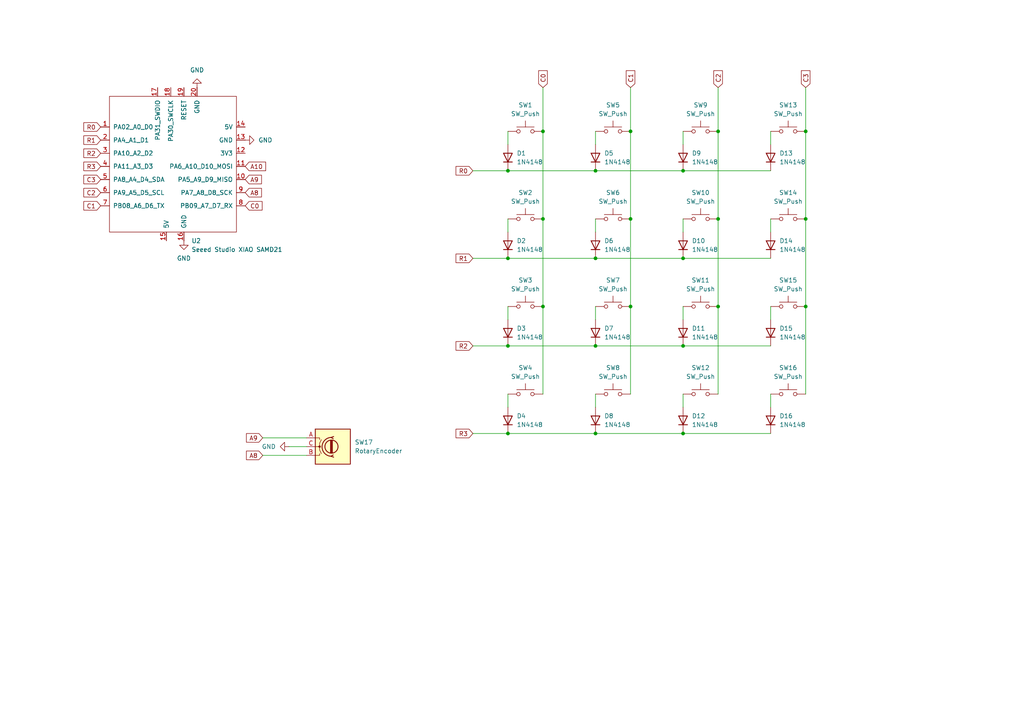
<source format=kicad_sch>
(kicad_sch (version 20231120) (generator "eeschema") (generator_version "8.0")
  (paper "A4")
  (title_block (title "HackPad") (date "2024-10-06") (rev "v0.1") (company "Zhixuan"))
  (lib_symbols
    (symbol "Device:RotaryEncoder" (pin_names (offset 0.254) hide)
      (property "Reference" "SW" (at 0 6.604 0))
      (property "Value" "RotaryEncoder" (at 0 -6.604 0))
      (symbol "RotaryEncoder_0_1"
        (rectangle (start -5.08 5.08) (end 5.08 -5.08) (stroke (width 0.254)) (fill (type background)))
        (circle (center -3.81 0) (radius 0.254) (fill (type outline)))
        (circle (center -0.381 0) (radius 1.905) (stroke (width 0.254)))
        (arc (start -0.381 2.667) (mid -3.0988 -0.0635) (end -0.381 -2.794) (stroke (width 0.254)))
        (polyline (pts (xy -0.635 -1.778) (xy -0.635 1.778)) (stroke (width 0.254)))
        (polyline (pts (xy -0.381 -1.778) (xy -0.381 1.778)) (stroke (width 0.254)))
        (polyline (pts (xy -0.127 1.778) (xy -0.127 -1.778)) (stroke (width 0.254)))
        (polyline (pts (xy -5.08 -2.54) (xy -3.81 -2.54) (xy -3.81 -2.032)))
        (polyline (pts (xy -5.08 2.54) (xy -3.81 2.54) (xy -3.81 2.032)))
        (polyline (pts (xy 0.254 -3.048) (xy -0.508 -2.794) (xy 0.127 -2.413)) (stroke (width 0.254)))
        (polyline (pts (xy 0.254 2.921) (xy -0.508 2.667) (xy 0.127 2.286)) (stroke (width 0.254)))
        (polyline (pts (xy -5.08 0) (xy -3.81 0) (xy -3.81 -1.016) (xy -3.302 -2.032)))
        (polyline (pts (xy -4.318 0) (xy -3.81 0) (xy -3.81 1.016) (xy -3.302 2.032)))
      )
      (symbol "RotaryEncoder_1_1"
        (pin passive line (at -7.62 2.54 0) (length 2.54) (name "A") (number "A"))
        (pin passive line (at -7.62 -2.54 0) (length 2.54) (name "B") (number "B"))
        (pin passive line (at -7.62 0 0) (length 2.54) (name "C") (number "C"))
      )
    )
    (symbol "Diode:1N4148" (pin_numbers hide) (pin_names hide)
      (property "Reference" "D" (at 0 2.54 0))
      (property "Value" "1N4148" (at 0 -2.54 0))
      (symbol "1N4148_0_1"
        (polyline (pts (xy -1.27 1.27) (xy -1.27 -1.27)) (stroke (width 0.254)))
        (polyline (pts (xy 1.27 0) (xy -1.27 0)))
        (polyline (pts (xy 1.27 1.27) (xy 1.27 -1.27) (xy -1.27 0) (xy 1.27 1.27)) (stroke (width 0.254)))
      )
      (symbol "1N4148_1_1"
        (pin passive line (at -3.81 0 0) (length 2.54) (name "K") (number "1"))
        (pin passive line (at 3.81 0 180) (length 2.54) (name "A") (number "2"))
      )
    )
    (symbol "Seeed_Studio_XIAO_Series:Seeed Studio XIAO SAMD21" (pin_names (offset 1.016))
      (property "Reference" "U" (at -19.05 22.86 0))
      (property "Value" "Seeed Studio XIAO SAMD21" (at -12.7 21.59 0))
      (symbol "Seeed Studio XIAO SAMD21_0_1"
        (rectangle (start -19.05 20.32) (end 17.78 -19.05))
      )
      (symbol "Seeed Studio XIAO SAMD21_1_1"
        (pin unspecified line (at -21.59 11.43 0) (length 2.54) (name "PA02_A0_D0") (number "1"))
        (pin unspecified line (at 20.32 -3.81 180) (length 2.54) (name "PA5_A9_D9_MISO") (number "10"))
        (pin unspecified line (at 20.32 0 180) (length 2.54) (name "PA6_A10_D10_MOSI") (number "11"))
        (pin unspecified line (at 20.32 3.81 180) (length 2.54) (name "3V3") (number "12"))
        (pin unspecified line (at 20.32 7.62 180) (length 2.54) (name "GND") (number "13"))
        (pin unspecified line (at 20.32 11.43 180) (length 2.54) (name "5V") (number "14"))
        (pin input line (at -2.54 -21.59 90) (length 2.54) (name "5V") (number "15"))
        (pin input line (at 2.54 -21.59 90) (length 2.54) (name "GND") (number "16"))
        (pin input line (at -5.08 22.86 270) (length 2.54) (name "PA31_SWDIO") (number "17"))
        (pin input line (at -1.27 22.86 270) (length 2.54) (name "PA30_SWCLK") (number "18"))
        (pin input line (at 2.54 22.86 270) (length 2.54) (name "RESET") (number "19"))
        (pin unspecified line (at -21.59 7.62 0) (length 2.54) (name "PA4_A1_D1") (number "2"))
        (pin input line (at 6.35 22.86 270) (length 2.54) (name "GND") (number "20"))
        (pin unspecified line (at -21.59 3.81 0) (length 2.54) (name "PA10_A2_D2") (number "3"))
        (pin unspecified line (at -21.59 0 0) (length 2.54) (name "PA11_A3_D3") (number "4"))
        (pin unspecified line (at -21.59 -3.81 0) (length 2.54) (name "PA8_A4_D4_SDA") (number "5"))
        (pin unspecified line (at -21.59 -7.62 0) (length 2.54) (name "PA9_A5_D5_SCL") (number "6"))
        (pin unspecified line (at -21.59 -11.43 0) (length 2.54) (name "PB08_A6_D6_TX") (number "7"))
        (pin unspecified line (at 20.32 -11.43 180) (length 2.54) (name "PB09_A7_D7_RX") (number "8"))
        (pin unspecified line (at 20.32 -7.62 180) (length 2.54) (name "PA7_A8_D8_SCK") (number "9"))
      )
    )
    (symbol "Switch:SW_Push" (pin_numbers hide) (pin_names (offset 1.016) hide)
      (property "Reference" "SW" (at 1.27 2.54 0))
      (property "Value" "SW_Push" (at 0 -1.524 0))
      (symbol "SW_Push_0_1"
        (circle (center -2.032 0) (radius 0.508))
        (polyline (pts (xy 0 1.27) (xy 0 3.048)))
        (polyline (pts (xy 2.54 1.27) (xy -2.54 1.27)))
        (circle (center 2.032 0) (radius 0.508))
        (pin passive line (at -5.08 0 0) (length 2.54) (name "1") (number "1"))
        (pin passive line (at 5.08 0 180) (length 2.54) (name "2") (number "2"))
      )
    )
    (symbol "power:GND" (power) (pin_numbers hide) (pin_names (offset 0) hide)
      (property "Value" "GND" (at 0 -3.81 0))
      (symbol "GND_0_1"
        (polyline (pts (xy 0 0) (xy 0 -1.27) (xy 1.27 -1.27) (xy 0 -2.54) (xy -1.27 -1.27) (xy 0 -1.27)))
      )
      (symbol "GND_1_1"
        (pin power_in line (at 0 0 270) (length 0) (name "~") (number "1"))
      )
    )
  )
  (junction (at 172.72 74.93))
  (junction (at 172.72 125.73))
  (junction (at 172.72 100.33))
  (junction (at 147.32 49.53))
  (junction (at 182.88 38.1))
  (junction (at 208.28 88.9))
  (junction (at 233.68 38.1))
  (junction (at 198.12 100.33))
  (junction (at 233.68 63.5))
  (junction (at 147.32 125.73))
  (junction (at 198.12 49.53))
  (junction (at 147.32 100.33))
  (junction (at 157.48 38.1))
  (junction (at 208.28 63.5))
  (junction (at 147.32 74.93))
  (junction (at 157.48 88.9))
  (junction (at 157.48 63.5))
  (junction (at 198.12 125.73))
  (junction (at 198.12 74.93))
  (junction (at 182.88 88.9))
  (junction (at 208.28 38.1))
  (junction (at 233.68 88.9))
  (junction (at 182.88 63.5))
  (junction (at 172.72 49.53))
  (wire (pts (xy 172.72 100.33) (xy 198.12 100.33)))
  (wire (pts (xy 137.16 49.53) (xy 147.32 49.53)))
  (wire (pts (xy 208.28 63.5) (xy 208.28 88.9)))
  (wire (pts (xy 223.52 63.5) (xy 223.52 67.31)))
  (wire (pts (xy 157.48 25.4) (xy 157.48 38.1)))
  (wire (pts (xy 233.68 63.5) (xy 233.68 88.9)))
  (wire (pts (xy 83.82 129.54) (xy 88.9 129.54)))
  (wire (pts (xy 172.72 63.5) (xy 172.72 67.31)))
  (wire (pts (xy 182.88 63.5) (xy 182.88 88.9)))
  (wire (pts (xy 147.32 88.9) (xy 147.32 92.71)))
  (wire (pts (xy 233.68 88.9) (xy 233.68 114.3)))
  (wire (pts (xy 147.32 125.73) (xy 172.72 125.73)))
  (wire (pts (xy 223.52 38.1) (xy 223.52 41.91)))
  (wire (pts (xy 182.88 38.1) (xy 182.88 63.5)))
  (wire (pts (xy 147.32 74.93) (xy 172.72 74.93)))
  (wire (pts (xy 208.28 25.4) (xy 208.28 38.1)))
  (wire (pts (xy 172.72 88.9) (xy 172.72 92.71)))
  (wire (pts (xy 172.72 125.73) (xy 198.12 125.73)))
  (wire (pts (xy 223.52 88.9) (xy 223.52 92.71)))
  (wire (pts (xy 147.32 114.3) (xy 147.32 118.11)))
  (wire (pts (xy 233.68 25.4) (xy 233.68 38.1)))
  (wire (pts (xy 147.32 38.1) (xy 147.32 41.91)))
  (wire (pts (xy 147.32 100.33) (xy 172.72 100.33)))
  (wire (pts (xy 137.16 125.73) (xy 147.32 125.73)))
  (wire (pts (xy 198.12 38.1) (xy 198.12 41.91)))
  (wire (pts (xy 208.28 88.9) (xy 208.28 114.3)))
  (wire (pts (xy 233.68 38.1) (xy 233.68 63.5)))
  (wire (pts (xy 198.12 74.93) (xy 223.52 74.93)))
  (wire (pts (xy 198.12 88.9) (xy 198.12 92.71)))
  (wire (pts (xy 198.12 63.5) (xy 198.12 67.31)))
  (wire (pts (xy 137.16 100.33) (xy 147.32 100.33)))
  (wire (pts (xy 198.12 125.73) (xy 223.52 125.73)))
  (wire (pts (xy 172.72 49.53) (xy 198.12 49.53)))
  (wire (pts (xy 157.48 63.5) (xy 157.48 88.9)))
  (wire (pts (xy 172.72 114.3) (xy 172.72 118.11)))
  (wire (pts (xy 208.28 38.1) (xy 208.28 63.5)))
  (wire (pts (xy 147.32 63.5) (xy 147.32 67.31)))
  (wire (pts (xy 76.2 132.08) (xy 88.9 132.08)))
  (wire (pts (xy 147.32 49.53) (xy 172.72 49.53)))
  (wire (pts (xy 157.48 38.1) (xy 157.48 63.5)))
  (wire (pts (xy 137.16 74.93) (xy 147.32 74.93)))
  (wire (pts (xy 76.2 127) (xy 88.9 127)))
  (wire (pts (xy 198.12 100.33) (xy 223.52 100.33)))
  (wire (pts (xy 157.48 88.9) (xy 157.48 114.3)))
  (wire (pts (xy 182.88 25.4) (xy 182.88 38.1)))
  (wire (pts (xy 172.72 74.93) (xy 198.12 74.93)))
  (wire (pts (xy 198.12 49.53) (xy 223.52 49.53)))
  (wire (pts (xy 182.88 88.9) (xy 182.88 114.3)))
  (wire (pts (xy 198.12 114.3) (xy 198.12 118.11)))
  (wire (pts (xy 223.52 114.3) (xy 223.52 118.11)))
  (wire (pts (xy 172.72 38.1) (xy 172.72 41.91)))
  (global_label "R3" (shape input) (at 137.16 125.73 180) (property "Intersheetrefs" "${INTERSHEET_REFS}" (effects (hide yes))))
  (global_label "A10" (shape input) (at 71.12 48.26 0) (property "Intersheetrefs" "${INTERSHEET_REFS}" (effects (hide yes))))
  (global_label "C2" (shape input) (at 29.21 55.88 180) (property "Intersheetrefs" "${INTERSHEET_REFS}" (effects (hide yes))))
  (global_label "R1" (shape input) (at 29.21 40.64 180) (property "Intersheetrefs" "${INTERSHEET_REFS}" (effects (hide yes))))
  (global_label "R1" (shape input) (at 137.16 74.93 180) (property "Intersheetrefs" "${INTERSHEET_REFS}" (effects (hide yes))))
  (global_label "R0" (shape input) (at 137.16 49.53 180) (property "Intersheetrefs" "${INTERSHEET_REFS}" (effects (hide yes))))
  (global_label "R3" (shape input) (at 29.21 48.26 180) (property "Intersheetrefs" "${INTERSHEET_REFS}" (effects (hide yes))))
  (global_label "C1" (shape input) (at 29.21 59.69 180) (property "Intersheetrefs" "${INTERSHEET_REFS}" (effects (hide yes))))
  (global_label "A9" (shape input) (at 76.2 127 180) (property "Intersheetrefs" "${INTERSHEET_REFS}" (effects (hide yes))))
  (global_label "C0" (shape input) (at 157.48 25.4 90) (property "Intersheetrefs" "${INTERSHEET_REFS}" (effects (hide yes))))
  (global_label "A9" (shape input) (at 71.12 52.07 0) (property "Intersheetrefs" "${INTERSHEET_REFS}" (effects (hide yes))))
  (global_label "C1" (shape input) (at 182.88 25.4 90) (property "Intersheetrefs" "${INTERSHEET_REFS}" (effects (hide yes))))
  (global_label "C3" (shape input) (at 29.21 52.07 180) (property "Intersheetrefs" "${INTERSHEET_REFS}" (effects (hide yes))))
  (global_label "C2" (shape input) (at 208.28 25.4 90) (property "Intersheetrefs" "${INTERSHEET_REFS}" (effects (hide yes))))
  (global_label "C0" (shape input) (at 71.12 59.69 0) (property "Intersheetrefs" "${INTERSHEET_REFS}" (effects (hide yes))))
  (global_label "A8" (shape input) (at 71.12 55.88 0) (property "Intersheetrefs" "${INTERSHEET_REFS}" (effects (hide yes))))
  (global_label "A8" (shape input) (at 76.2 132.08 180) (property "Intersheetrefs" "${INTERSHEET_REFS}" (effects (hide yes))))
  (global_label "R2" (shape input) (at 137.16 100.33 180) (property "Intersheetrefs" "${INTERSHEET_REFS}" (effects (hide yes))))
  (global_label "C3" (shape input) (at 233.68 25.4 90) (property "Intersheetrefs" "${INTERSHEET_REFS}" (effects (hide yes))))
  (global_label "R2" (shape input) (at 29.21 44.45 180) (property "Intersheetrefs" "${INTERSHEET_REFS}" (effects (hide yes))))
  (global_label "R0" (shape input) (at 29.21 36.83 180) (property "Intersheetrefs" "${INTERSHEET_REFS}" (effects (hide yes))))
  (symbol (lib_id "Device:RotaryEncoder") (at 96.52 129.54 0) (unit 1)
    (property "Reference" "SW17" (at 102.87 128.2699 0) (effects (justify left)))
    (property "Value" "RotaryEncoder" (at 102.87 130.8099 0) (effects (justify left)))
    (property "Footprint" "Rotary_Encoder:RotaryEncoder_Alps_EC11E_Vertical_H20mm" (effects (hide yes)))
    (property "Description" "Rotary encoder, dual channel, incremental quadrate outputs" (effects (hide yes)))
  )
  (symbol (lib_id "Seeed_Studio_XIAO_Series:Seeed Studio XIAO SAMD21") (at 50.8 48.26 0) (unit 1)
    (property "Reference" "U2" (at 55.5341 69.85 0) (effects (justify left)))
    (property "Value" "Seeed Studio XIAO SAMD21" (at 55.5341 72.39 0) (effects (justify left)))
    (property "Footprint" "Seeed Studio XIAO Series Library:XIAO-Generic-Thruhole-14P-2.54-21X17.8MM" (effects (hide yes)))
  )
  (symbol (lib_id "Diode:1N4148") (at 198.12 45.72 90) (unit 1)
    (property "Reference" "D9" (at 200.66 44.4499 90) (effects (justify right)))
    (property "Value" "1N4148" (at 200.66 46.9899 90) (effects (justify right)))
    (property "Footprint" "Diode_THT:D_DO-35_SOD27_P7.62mm_Horizontal" (effects (hide yes)))
    (property "Datasheet" "https://assets.nexperia.com/documents/data-sheet/1N4148_1N4448.pdf" (effects (hide yes)))
    (property "Description" "100V 0.15A standard switching diode, DO-35" (effects (hide yes)))
    (property "Sim.Device" "D" (effects (hide yes)))
    (property "Sim.Pins" "1=K 2=A" (effects (hide yes)))
  )
  (symbol (lib_id "Diode:1N4148") (at 172.72 45.72 90) (unit 1)
    (property "Reference" "D5" (at 175.26 44.4499 90) (effects (justify right)))
    (property "Value" "1N4148" (at 175.26 46.9899 90) (effects (justify right)))
    (property "Footprint" "Diode_THT:D_DO-35_SOD27_P7.62mm_Horizontal" (effects (hide yes)))
    (property "Datasheet" "https://assets.nexperia.com/documents/data-sheet/1N4148_1N4448.pdf" (effects (hide yes)))
    (property "Description" "100V 0.15A standard switching diode, DO-35" (effects (hide yes)))
    (property "Sim.Device" "D" (effects (hide yes)))
    (property "Sim.Pins" "1=K 2=A" (effects (hide yes)))
  )
  (symbol (lib_id "power:GND") (at 71.12 40.64 90) (unit 1)
    (property "Reference" "#PWR02" (effects (hide yes)))
    (property "Value" "GND" (at 74.93 40.6399 90) (effects (justify right)))
    (property "Description" "Power symbol creates a global label with name \"GND\" , ground" (effects (hide yes)))
  )
  (symbol (lib_id "Diode:1N4148") (at 223.52 96.52 90) (unit 1)
    (property "Reference" "D15" (at 226.06 95.2499 90) (effects (justify right)))
    (property "Value" "1N4148" (at 226.06 97.7899 90) (effects (justify right)))
    (property "Footprint" "Diode_THT:D_DO-35_SOD27_P7.62mm_Horizontal" (effects (hide yes)))
    (property "Datasheet" "https://assets.nexperia.com/documents/data-sheet/1N4148_1N4448.pdf" (effects (hide yes)))
    (property "Description" "100V 0.15A standard switching diode, DO-35" (effects (hide yes)))
    (property "Sim.Device" "D" (effects (hide yes)))
    (property "Sim.Pins" "1=K 2=A" (effects (hide yes)))
  )
  (symbol (lib_id "Diode:1N4148") (at 223.52 45.72 90) (unit 1)
    (property "Reference" "D13" (at 226.06 44.4499 90) (effects (justify right)))
    (property "Value" "1N4148" (at 226.06 46.9899 90) (effects (justify right)))
    (property "Footprint" "Diode_THT:D_DO-35_SOD27_P7.62mm_Horizontal" (effects (hide yes)))
    (property "Datasheet" "https://assets.nexperia.com/documents/data-sheet/1N4148_1N4448.pdf" (effects (hide yes)))
    (property "Description" "100V 0.15A standard switching diode, DO-35" (effects (hide yes)))
    (property "Sim.Device" "D" (effects (hide yes)))
    (property "Sim.Pins" "1=K 2=A" (effects (hide yes)))
  )
  (symbol (lib_id "Diode:1N4148") (at 198.12 96.52 90) (unit 1)
    (property "Reference" "D11" (at 200.66 95.2499 90) (effects (justify right)))
    (property "Value" "1N4148" (at 200.66 97.7899 90) (effects (justify right)))
    (property "Footprint" "Diode_THT:D_DO-35_SOD27_P7.62mm_Horizontal" (effects (hide yes)))
    (property "Datasheet" "https://assets.nexperia.com/documents/data-sheet/1N4148_1N4448.pdf" (effects (hide yes)))
    (property "Description" "100V 0.15A standard switching diode, DO-35" (effects (hide yes)))
    (property "Sim.Device" "D" (effects (hide yes)))
    (property "Sim.Pins" "1=K 2=A" (effects (hide yes)))
  )
  (symbol (lib_id "Diode:1N4148") (at 147.32 71.12 90) (unit 1)
    (property "Reference" "D2" (at 149.86 69.8499 90) (effects (justify right)))
    (property "Value" "1N4148" (at 149.86 72.3899 90) (effects (justify right)))
    (property "Footprint" "Diode_THT:D_DO-35_SOD27_P7.62mm_Horizontal" (effects (hide yes)))
    (property "Datasheet" "https://assets.nexperia.com/documents/data-sheet/1N4148_1N4448.pdf" (effects (hide yes)))
    (property "Description" "100V 0.15A standard switching diode, DO-35" (effects (hide yes)))
    (property "Sim.Device" "D" (effects (hide yes)))
    (property "Sim.Pins" "1=K 2=A" (effects (hide yes)))
  )
  (symbol (lib_id "Switch:SW_Push") (at 228.6 63.5 0) (unit 1)
    (property "Reference" "SW14" (at 228.6 55.88 0))
    (property "Value" "SW_Push" (at 228.6 58.42 0))
    (property "Footprint" "Button_Switch_Keyboard:SW_Cherry_MX_1.00u_PCB" (effects (hide yes)))
    (property "Description" "Push button switch, generic, two pins" (effects (hide yes)))
  )
  (symbol (lib_id "Switch:SW_Push") (at 177.8 114.3 0) (unit 1)
    (property "Reference" "SW8" (at 177.8 106.68 0))
    (property "Value" "SW_Push" (at 177.8 109.22 0))
    (property "Footprint" "Button_Switch_Keyboard:SW_Cherry_MX_1.00u_PCB" (effects (hide yes)))
    (property "Description" "Push button switch, generic, two pins" (effects (hide yes)))
  )
  (symbol (lib_id "Switch:SW_Push") (at 203.2 63.5 0) (unit 1)
    (property "Reference" "SW10" (at 203.2 55.88 0))
    (property "Value" "SW_Push" (at 203.2 58.42 0))
    (property "Footprint" "Button_Switch_Keyboard:SW_Cherry_MX_1.00u_PCB" (effects (hide yes)))
    (property "Description" "Push button switch, generic, two pins" (effects (hide yes)))
  )
  (symbol (lib_id "Switch:SW_Push") (at 152.4 88.9 0) (unit 1)
    (property "Reference" "SW3" (at 152.4 81.28 0))
    (property "Value" "SW_Push" (at 152.4 83.82 0))
    (property "Footprint" "Button_Switch_Keyboard:SW_Cherry_MX_1.00u_PCB" (effects (hide yes)))
    (property "Description" "Push button switch, generic, two pins" (effects (hide yes)))
  )
  (symbol (lib_id "power:GND") (at 53.34 69.85 0) (unit 1)
    (property "Reference" "#PWR05" (effects (hide yes)))
    (property "Value" "GND" (at 53.34 74.93 0))
    (property "Description" "Power symbol creates a global label with name \"GND\" , ground" (effects (hide yes)))
  )
  (symbol (lib_id "Diode:1N4148") (at 147.32 96.52 90) (unit 1)
    (property "Reference" "D3" (at 149.86 95.2499 90) (effects (justify right)))
    (property "Value" "1N4148" (at 149.86 97.7899 90) (effects (justify right)))
    (property "Footprint" "Diode_THT:D_DO-35_SOD27_P7.62mm_Horizontal" (effects (hide yes)))
    (property "Datasheet" "https://assets.nexperia.com/documents/data-sheet/1N4148_1N4448.pdf" (effects (hide yes)))
    (property "Description" "100V 0.15A standard switching diode, DO-35" (effects (hide yes)))
    (property "Sim.Device" "D" (effects (hide yes)))
    (property "Sim.Pins" "1=K 2=A" (effects (hide yes)))
  )
  (symbol (lib_id "Diode:1N4148") (at 172.72 96.52 90) (unit 1)
    (property "Reference" "D7" (at 175.26 95.2499 90) (effects (justify right)))
    (property "Value" "1N4148" (at 175.26 97.7899 90) (effects (justify right)))
    (property "Footprint" "Diode_THT:D_DO-35_SOD27_P7.62mm_Horizontal" (effects (hide yes)))
    (property "Datasheet" "https://assets.nexperia.com/documents/data-sheet/1N4148_1N4448.pdf" (effects (hide yes)))
    (property "Description" "100V 0.15A standard switching diode, DO-35" (effects (hide yes)))
    (property "Sim.Device" "D" (effects (hide yes)))
    (property "Sim.Pins" "1=K 2=A" (effects (hide yes)))
  )
  (symbol (lib_id "Diode:1N4148") (at 223.52 71.12 90) (unit 1)
    (property "Reference" "D14" (at 226.06 69.8499 90) (effects (justify right)))
    (property "Value" "1N4148" (at 226.06 72.3899 90) (effects (justify right)))
    (property "Footprint" "Diode_THT:D_DO-35_SOD27_P7.62mm_Horizontal" (effects (hide yes)))
    (property "Datasheet" "https://assets.nexperia.com/documents/data-sheet/1N4148_1N4448.pdf" (effects (hide yes)))
    (property "Description" "100V 0.15A standard switching diode, DO-35" (effects (hide yes)))
    (property "Sim.Device" "D" (effects (hide yes)))
    (property "Sim.Pins" "1=K 2=A" (effects (hide yes)))
  )
  (symbol (lib_id "Diode:1N4148") (at 223.52 121.92 90) (unit 1)
    (property "Reference" "D16" (at 226.06 120.6499 90) (effects (justify right)))
    (property "Value" "1N4148" (at 226.06 123.1899 90) (effects (justify right)))
    (property "Footprint" "Diode_THT:D_DO-35_SOD27_P7.62mm_Horizontal" (effects (hide yes)))
    (property "Datasheet" "https://assets.nexperia.com/documents/data-sheet/1N4148_1N4448.pdf" (effects (hide yes)))
    (property "Description" "100V 0.15A standard switching diode, DO-35" (effects (hide yes)))
    (property "Sim.Device" "D" (effects (hide yes)))
    (property "Sim.Pins" "1=K 2=A" (effects (hide yes)))
  )
  (symbol (lib_id "Switch:SW_Push") (at 152.4 114.3 0) (unit 1)
    (property "Reference" "SW4" (at 152.4 106.68 0))
    (property "Value" "SW_Push" (at 152.4 109.22 0))
    (property "Footprint" "Button_Switch_Keyboard:SW_Cherry_MX_1.00u_PCB" (effects (hide yes)))
    (property "Description" "Push button switch, generic, two pins" (effects (hide yes)))
  )
  (symbol (lib_id "Switch:SW_Push") (at 203.2 38.1 0) (unit 1)
    (property "Reference" "SW9" (at 203.2 30.48 0))
    (property "Value" "SW_Push" (at 203.2 33.02 0))
    (property "Footprint" "Button_Switch_Keyboard:SW_Cherry_MX_1.00u_PCB" (effects (hide yes)))
    (property "Description" "Push button switch, generic, two pins" (effects (hide yes)))
  )
  (symbol (lib_id "power:GND") (at 57.15 25.4 180) (unit 1)
    (property "Reference" "#PWR04" (effects (hide yes)))
    (property "Value" "GND" (at 57.15 20.32 0))
    (property "Description" "Power symbol creates a global label with name \"GND\" , ground" (effects (hide yes)))
  )
  (symbol (lib_id "Diode:1N4148") (at 172.72 71.12 90) (unit 1)
    (property "Reference" "D6" (at 175.26 69.8499 90) (effects (justify right)))
    (property "Value" "1N4148" (at 175.26 72.3899 90) (effects (justify right)))
    (property "Footprint" "Diode_THT:D_DO-35_SOD27_P7.62mm_Horizontal" (effects (hide yes)))
    (property "Datasheet" "https://assets.nexperia.com/documents/data-sheet/1N4148_1N4448.pdf" (effects (hide yes)))
    (property "Description" "100V 0.15A standard switching diode, DO-35" (effects (hide yes)))
    (property "Sim.Device" "D" (effects (hide yes)))
    (property "Sim.Pins" "1=K 2=A" (effects (hide yes)))
  )
  (symbol (lib_id "Switch:SW_Push") (at 228.6 88.9 0) (unit 1)
    (property "Reference" "SW15" (at 228.6 81.28 0))
    (property "Value" "SW_Push" (at 228.6 83.82 0))
    (property "Footprint" "Button_Switch_Keyboard:SW_Cherry_MX_1.00u_PCB" (effects (hide yes)))
    (property "Description" "Push button switch, generic, two pins" (effects (hide yes)))
  )
  (symbol (lib_id "Switch:SW_Push") (at 203.2 88.9 0) (unit 1)
    (property "Reference" "SW11" (at 203.2 81.28 0))
    (property "Value" "SW_Push" (at 203.2 83.82 0))
    (property "Footprint" "Button_Switch_Keyboard:SW_Cherry_MX_1.00u_PCB" (effects (hide yes)))
    (property "Description" "Push button switch, generic, two pins" (effects (hide yes)))
  )
  (symbol (lib_id "Switch:SW_Push") (at 177.8 38.1 0) (unit 1)
    (property "Reference" "SW5" (at 177.8 30.48 0))
    (property "Value" "SW_Push" (at 177.8 33.02 0))
    (property "Footprint" "Button_Switch_Keyboard:SW_Cherry_MX_1.00u_PCB" (effects (hide yes)))
    (property "Description" "Push button switch, generic, two pins" (effects (hide yes)))
  )
  (symbol (lib_id "Switch:SW_Push") (at 228.6 114.3 0) (unit 1)
    (property "Reference" "SW16" (at 228.6 106.68 0))
    (property "Value" "SW_Push" (at 228.6 109.22 0))
    (property "Footprint" "Button_Switch_Keyboard:SW_Cherry_MX_1.00u_PCB" (effects (hide yes)))
    (property "Description" "Push button switch, generic, two pins" (effects (hide yes)))
  )
  (symbol (lib_id "Switch:SW_Push") (at 228.6 38.1 0) (unit 1)
    (property "Reference" "SW13" (at 228.6 30.48 0))
    (property "Value" "SW_Push" (at 228.6 33.02 0))
    (property "Footprint" "Button_Switch_Keyboard:SW_Cherry_MX_1.00u_PCB" (effects (hide yes)))
    (property "Description" "Push button switch, generic, two pins" (effects (hide yes)))
  )
  (symbol (lib_id "Switch:SW_Push") (at 177.8 63.5 0) (unit 1)
    (property "Reference" "SW6" (at 177.8 55.88 0))
    (property "Value" "SW_Push" (at 177.8 58.42 0))
    (property "Footprint" "Button_Switch_Keyboard:SW_Cherry_MX_1.00u_PCB" (effects (hide yes)))
    (property "Description" "Push button switch, generic, two pins" (effects (hide yes)))
  )
  (symbol (lib_id "Switch:SW_Push") (at 203.2 114.3 0) (unit 1)
    (property "Reference" "SW12" (at 203.2 106.68 0))
    (property "Value" "SW_Push" (at 203.2 109.22 0))
    (property "Footprint" "Button_Switch_Keyboard:SW_Cherry_MX_1.00u_PCB" (effects (hide yes)))
    (property "Description" "Push button switch, generic, two pins" (effects (hide yes)))
  )
  (symbol (lib_id "Switch:SW_Push") (at 177.8 88.9 0) (unit 1)
    (property "Reference" "SW7" (at 177.8 81.28 0))
    (property "Value" "SW_Push" (at 177.8 83.82 0))
    (property "Footprint" "Button_Switch_Keyboard:SW_Cherry_MX_1.00u_PCB" (effects (hide yes)))
    (property "Description" "Push button switch, generic, two pins" (effects (hide yes)))
  )
  (symbol (lib_id "Diode:1N4148") (at 147.32 45.72 90) (unit 1)
    (property "Reference" "D1" (at 149.86 44.4499 90) (effects (justify right)))
    (property "Value" "1N4148" (at 149.86 46.9899 90) (effects (justify right)))
    (property "Footprint" "Diode_THT:D_DO-35_SOD27_P7.62mm_Horizontal" (effects (hide yes)))
    (property "Datasheet" "https://assets.nexperia.com/documents/data-sheet/1N4148_1N4448.pdf" (effects (hide yes)))
    (property "Description" "100V 0.15A standard switching diode, DO-35" (effects (hide yes)))
    (property "Sim.Device" "D" (effects (hide yes)))
    (property "Sim.Pins" "1=K 2=A" (effects (hide yes)))
  )
  (symbol (lib_id "Diode:1N4148") (at 198.12 121.92 90) (unit 1)
    (property "Reference" "D12" (at 200.66 120.6499 90) (effects (justify right)))
    (property "Value" "1N4148" (at 200.66 123.1899 90) (effects (justify right)))
    (property "Footprint" "Diode_THT:D_DO-35_SOD27_P7.62mm_Horizontal" (effects (hide yes)))
    (property "Datasheet" "https://assets.nexperia.com/documents/data-sheet/1N4148_1N4448.pdf" (effects (hide yes)))
    (property "Description" "100V 0.15A standard switching diode, DO-35" (effects (hide yes)))
    (property "Sim.Device" "D" (effects (hide yes)))
    (property "Sim.Pins" "1=K 2=A" (effects (hide yes)))
  )
  (symbol (lib_id "Diode:1N4148") (at 147.32 121.92 90) (unit 1)
    (property "Reference" "D4" (at 149.86 120.6499 90) (effects (justify right)))
    (property "Value" "1N4148" (at 149.86 123.1899 90) (effects (justify right)))
    (property "Footprint" "Diode_THT:D_DO-35_SOD27_P7.62mm_Horizontal" (effects (hide yes)))
    (property "Datasheet" "https://assets.nexperia.com/documents/data-sheet/1N4148_1N4448.pdf" (effects (hide yes)))
    (property "Description" "100V 0.15A standard switching diode, DO-35" (effects (hide yes)))
    (property "Sim.Device" "D" (effects (hide yes)))
    (property "Sim.Pins" "1=K 2=A" (effects (hide yes)))
  )
  (symbol (lib_id "Diode:1N4148") (at 172.72 121.92 90) (unit 1)
    (property "Reference" "D8" (at 175.26 120.6499 90) (effects (justify right)))
    (property "Value" "1N4148" (at 175.26 123.1899 90) (effects (justify right)))
    (property "Footprint" "Diode_THT:D_DO-35_SOD27_P7.62mm_Horizontal" (effects (hide yes)))
    (property "Datasheet" "https://assets.nexperia.com/documents/data-sheet/1N4148_1N4448.pdf" (effects (hide yes)))
    (property "Description" "100V 0.15A standard switching diode, DO-35" (effects (hide yes)))
    (property "Sim.Device" "D" (effects (hide yes)))
    (property "Sim.Pins" "1=K 2=A" (effects (hide yes)))
  )
  (symbol (lib_id "Diode:1N4148") (at 198.12 71.12 90) (unit 1)
    (property "Reference" "D10" (at 200.66 69.8499 90) (effects (justify right)))
    (property "Value" "1N4148" (at 200.66 72.3899 90) (effects (justify right)))
    (property "Footprint" "Diode_THT:D_DO-35_SOD27_P7.62mm_Horizontal" (effects (hide yes)))
    (property "Datasheet" "https://assets.nexperia.com/documents/data-sheet/1N4148_1N4448.pdf" (effects (hide yes)))
    (property "Description" "100V 0.15A standard switching diode, DO-35" (effects (hide yes)))
    (property "Sim.Device" "D" (effects (hide yes)))
    (property "Sim.Pins" "1=K 2=A" (effects (hide yes)))
  )
  (symbol (lib_id "Switch:SW_Push") (at 152.4 63.5 0) (unit 1)
    (property "Reference" "SW2" (at 152.4 55.88 0))
    (property "Value" "SW_Push" (at 152.4 58.42 0))
    (property "Footprint" "Button_Switch_Keyboard:SW_Cherry_MX_1.00u_PCB" (effects (hide yes)))
    (property "Description" "Push button switch, generic, two pins" (effects (hide yes)))
  )
  (symbol (lib_id "Switch:SW_Push") (at 152.4 38.1 0) (unit 1)
    (property "Reference" "SW1" (at 152.4 30.48 0))
    (property "Value" "SW_Push" (at 152.4 33.02 0))
    (property "Footprint" "Button_Switch_Keyboard:SW_Cherry_MX_1.00u_PCB" (effects (hide yes)))
    (property "Description" "Push button switch, generic, two pins" (effects (hide yes)))
  )
  (symbol (lib_id "power:GND") (at 83.82 129.54 270) (unit 1)
    (property "Reference" "#PWR08" (effects (hide yes)))
    (property "Value" "GND" (at 80.01 129.5399 90) (effects (justify right)))
    (property "Description" "Power symbol creates a global label with name \"GND\" , ground" (effects (hide yes)))
  )
)
</source>
